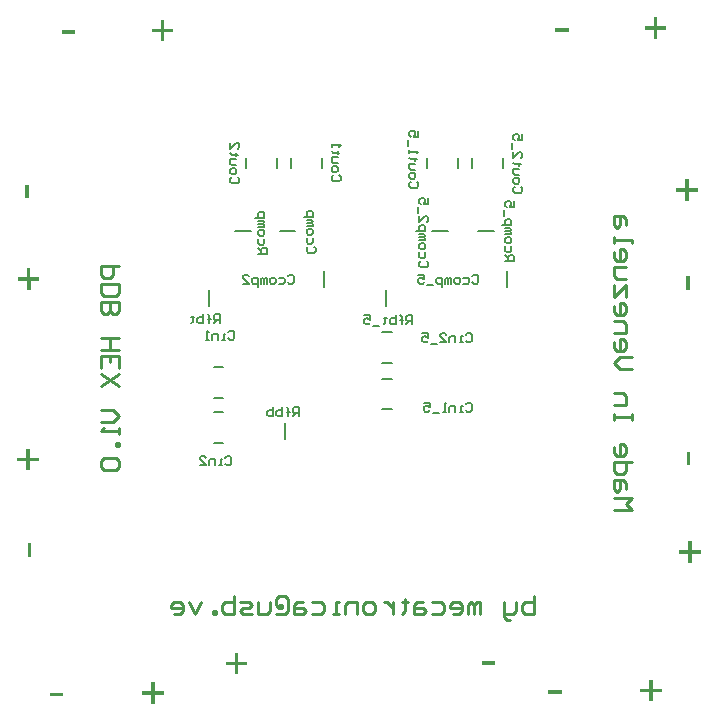
<source format=gbo>
G04 Layer_Color=32896*
%FSLAX23Y23*%
%MOIN*%
G70*
G01*
G75*
%ADD38C,0.008*%
%ADD39C,0.010*%
%ADD41C,0.007*%
%ADD42C,0.005*%
G36*
X1785Y2773D02*
X1740D01*
Y2785D01*
X1785D01*
Y2773D01*
D02*
G37*
G36*
X1745Y565D02*
X1700D01*
Y577D01*
X1745D01*
Y565D01*
D02*
G37*
G36*
X3840Y1053D02*
X3870D01*
Y1041D01*
X3841D01*
Y1011D01*
X3828D01*
Y1041D01*
X3798D01*
Y1053D01*
X3828D01*
Y1083D01*
X3840D01*
Y1053D01*
D02*
G37*
G36*
X2081Y2791D02*
X2111D01*
Y2778D01*
X2081D01*
Y2748D01*
X2069D01*
Y2778D01*
X2039D01*
Y2790D01*
X2069D01*
Y2820D01*
X2081D01*
Y2791D01*
D02*
G37*
G36*
X2049Y583D02*
X2079D01*
Y570D01*
X2049D01*
Y540D01*
X2037D01*
Y570D01*
X2007D01*
Y582D01*
X2037D01*
Y612D01*
X2049D01*
Y583D01*
D02*
G37*
G36*
X2328Y681D02*
X2358D01*
Y669D01*
X2328D01*
Y639D01*
X2316D01*
Y668D01*
X2286D01*
Y681D01*
X2316D01*
Y711D01*
X2328D01*
Y681D01*
D02*
G37*
G36*
X3184Y670D02*
X3139D01*
Y682D01*
X3184D01*
Y670D01*
D02*
G37*
G36*
X3710Y591D02*
X3740D01*
Y578D01*
X3710D01*
Y548D01*
X3698D01*
Y578D01*
X3668D01*
Y590D01*
X3698D01*
Y620D01*
X3710D01*
Y591D01*
D02*
G37*
G36*
X3406Y573D02*
X3361D01*
Y585D01*
X3406D01*
Y573D01*
D02*
G37*
G36*
X1633Y1360D02*
X1663D01*
Y1348D01*
X1633D01*
Y1318D01*
X1621D01*
Y1348D01*
X1591D01*
Y1360D01*
X1620D01*
Y1390D01*
X1633D01*
Y1360D01*
D02*
G37*
G36*
X1638Y1031D02*
X1626D01*
Y1076D01*
X1638D01*
Y1031D01*
D02*
G37*
G36*
X3429Y2781D02*
X3384D01*
Y2793D01*
X3429D01*
Y2781D01*
D02*
G37*
G36*
X3725Y2799D02*
X3755D01*
Y2786D01*
X3725D01*
Y2756D01*
X3713D01*
Y2786D01*
X3683D01*
Y2798D01*
X3713D01*
Y2828D01*
X3725D01*
Y2799D01*
D02*
G37*
G36*
X1630Y2225D02*
X1618D01*
Y2270D01*
X1630D01*
Y2225D01*
D02*
G37*
G36*
X3834Y1920D02*
X3822D01*
Y1965D01*
X3834D01*
Y1920D01*
D02*
G37*
G36*
X3835Y1335D02*
X3823D01*
Y1380D01*
X3835D01*
Y1335D01*
D02*
G37*
G36*
X1635Y1963D02*
X1665D01*
Y1951D01*
X1636D01*
Y1921D01*
X1623D01*
Y1951D01*
X1593D01*
Y1963D01*
X1623D01*
Y1993D01*
X1635D01*
Y1963D01*
D02*
G37*
G36*
X3829Y2259D02*
X3859D01*
Y2247D01*
X3829D01*
Y2217D01*
X3817D01*
Y2247D01*
X3787D01*
Y2259D01*
X3816D01*
Y2289D01*
X3829D01*
Y2259D01*
D02*
G37*
D38*
X2822Y1867D02*
Y1919D01*
X2231Y1867D02*
Y1919D01*
X2484Y1423D02*
Y1475D01*
X2318Y2117D02*
X2369D01*
X2466D02*
X2518D01*
X2614Y1931D02*
Y1983D01*
X2355Y2327D02*
Y2359D01*
X2458Y2327D02*
Y2359D01*
X2504Y2327D02*
Y2359D01*
X2607Y2327D02*
Y2359D01*
X2246Y1512D02*
X2278D01*
X2246Y1410D02*
X2278D01*
X2246Y1663D02*
X2278D01*
X2246Y1561D02*
X2278D01*
X3107Y2327D02*
Y2359D01*
X3209Y2327D02*
Y2359D01*
X2957Y2327D02*
Y2359D01*
X3059Y2327D02*
Y2359D01*
X2808Y1677D02*
X2840D01*
X2808Y1779D02*
X2840D01*
X2808Y1522D02*
X2840D01*
X2808Y1624D02*
X2840D01*
X3128Y2117D02*
X3180D01*
X3224Y1931D02*
Y1983D01*
X2974Y2117D02*
X3026D01*
D39*
X1930Y2000D02*
X1870D01*
Y1970D01*
X1880Y1960D01*
X1900D01*
X1910Y1970D01*
Y2000D01*
X1870Y1940D02*
X1930D01*
Y1910D01*
X1920Y1900D01*
X1880D01*
X1870Y1910D01*
Y1940D01*
Y1880D02*
X1930D01*
Y1850D01*
X1920Y1840D01*
X1910D01*
X1900Y1850D01*
Y1880D01*
Y1850D01*
X1890Y1840D01*
X1880D01*
X1870Y1850D01*
Y1880D01*
Y1760D02*
X1930D01*
X1900D01*
Y1720D01*
X1870D01*
X1930D01*
X1870Y1660D02*
Y1700D01*
X1930D01*
Y1660D01*
X1900Y1700D02*
Y1680D01*
X1870Y1640D02*
X1930Y1600D01*
X1870D02*
X1930Y1640D01*
X1870Y1520D02*
X1910D01*
X1930Y1500D01*
X1910Y1480D01*
X1870D01*
X1930Y1460D02*
Y1440D01*
Y1450D01*
X1870D01*
X1880Y1460D01*
X1930Y1410D02*
X1920D01*
Y1400D01*
X1930D01*
Y1410D01*
X1880Y1360D02*
X1870Y1350D01*
Y1330D01*
X1880Y1320D01*
X1920D01*
X1930Y1330D01*
Y1350D01*
X1920Y1360D01*
X1880D01*
X3580Y1185D02*
X3640D01*
X3620Y1205D01*
X3640Y1225D01*
X3580D01*
X3620Y1255D02*
Y1275D01*
X3610Y1285D01*
X3580D01*
Y1255D01*
X3590Y1245D01*
X3600Y1255D01*
Y1285D01*
X3640Y1345D02*
X3580D01*
Y1315D01*
X3590Y1305D01*
X3610D01*
X3620Y1315D01*
Y1345D01*
X3580Y1395D02*
Y1375D01*
X3590Y1365D01*
X3610D01*
X3620Y1375D01*
Y1395D01*
X3610Y1405D01*
X3600D01*
Y1365D01*
X3640Y1485D02*
Y1505D01*
Y1495D01*
X3580D01*
Y1485D01*
Y1505D01*
Y1535D02*
X3620D01*
Y1565D01*
X3610Y1575D01*
X3580D01*
X3640Y1655D02*
X3600D01*
X3580Y1675D01*
X3600Y1695D01*
X3640D01*
X3580Y1745D02*
Y1725D01*
X3590Y1715D01*
X3610D01*
X3620Y1725D01*
Y1745D01*
X3610Y1755D01*
X3600D01*
Y1715D01*
X3580Y1775D02*
X3620D01*
Y1805D01*
X3610Y1815D01*
X3580D01*
Y1865D02*
Y1845D01*
X3590Y1835D01*
X3610D01*
X3620Y1845D01*
Y1865D01*
X3610Y1875D01*
X3600D01*
Y1835D01*
X3620Y1895D02*
Y1935D01*
X3580Y1895D01*
Y1935D01*
X3620Y1955D02*
X3590D01*
X3580Y1965D01*
Y1995D01*
X3620D01*
X3580Y2045D02*
Y2025D01*
X3590Y2015D01*
X3610D01*
X3620Y2025D01*
Y2045D01*
X3610Y2055D01*
X3600D01*
Y2015D01*
X3580Y2075D02*
Y2095D01*
Y2085D01*
X3640D01*
Y2075D01*
X3620Y2135D02*
Y2155D01*
X3610Y2165D01*
X3580D01*
Y2135D01*
X3590Y2125D01*
X3600Y2135D01*
Y2165D01*
X3315Y900D02*
Y840D01*
X3285D01*
X3275Y850D01*
Y860D01*
Y870D01*
X3285Y880D01*
X3315D01*
X3255D02*
Y850D01*
X3245Y840D01*
X3215D01*
Y830D01*
X3225Y820D01*
X3235D01*
X3215Y840D02*
Y880D01*
X3135Y840D02*
Y880D01*
X3125D01*
X3115Y870D01*
Y840D01*
Y870D01*
X3105Y880D01*
X3095Y870D01*
Y840D01*
X3045D02*
X3065D01*
X3075Y850D01*
Y870D01*
X3065Y880D01*
X3045D01*
X3035Y870D01*
Y860D01*
X3075D01*
X2975Y880D02*
X3005D01*
X3015Y870D01*
Y850D01*
X3005Y840D01*
X2975D01*
X2945Y880D02*
X2925D01*
X2915Y870D01*
Y840D01*
X2945D01*
X2955Y850D01*
X2945Y860D01*
X2915D01*
X2885Y890D02*
Y880D01*
X2895D01*
X2875D01*
X2885D01*
Y850D01*
X2875Y840D01*
X2845Y880D02*
Y840D01*
Y860D01*
X2835Y870D01*
X2825Y880D01*
X2815D01*
X2775Y840D02*
X2755D01*
X2745Y850D01*
Y870D01*
X2755Y880D01*
X2775D01*
X2785Y870D01*
Y850D01*
X2775Y840D01*
X2725D02*
Y880D01*
X2695D01*
X2685Y870D01*
Y840D01*
X2665D02*
X2645D01*
X2655D01*
Y880D01*
X2665D01*
X2575D02*
X2605D01*
X2615Y870D01*
Y850D01*
X2605Y840D01*
X2575D01*
X2545Y880D02*
X2525D01*
X2515Y870D01*
Y840D01*
X2545D01*
X2555Y850D01*
X2545Y860D01*
X2515D01*
X2465D02*
Y870D01*
X2475D01*
Y860D01*
X2465D01*
X2455Y870D01*
Y890D01*
X2465Y900D01*
X2485D01*
X2495Y890D01*
Y850D01*
X2485Y840D01*
X2455D01*
X2435Y880D02*
Y850D01*
X2425Y840D01*
X2395D01*
Y880D01*
X2375Y840D02*
X2345D01*
X2335Y850D01*
X2345Y860D01*
X2365D01*
X2375Y870D01*
X2365Y880D01*
X2335D01*
X2315Y900D02*
Y840D01*
X2285D01*
X2275Y850D01*
Y860D01*
Y870D01*
X2285Y880D01*
X2315D01*
X2255Y840D02*
Y850D01*
X2245D01*
Y840D01*
X2255D01*
X2205Y880D02*
X2185Y840D01*
X2165Y880D01*
X2115Y840D02*
X2135D01*
X2145Y850D01*
Y870D01*
X2135Y880D01*
X2115D01*
X2105Y870D01*
Y860D01*
X2145D01*
D41*
X2493Y1965D02*
X2498Y1970D01*
X2508D01*
X2513Y1965D01*
Y1945D01*
X2508Y1940D01*
X2498D01*
X2493Y1945D01*
X2463Y1960D02*
X2478D01*
X2483Y1955D01*
Y1945D01*
X2478Y1940D01*
X2463D01*
X2448D02*
X2438D01*
X2433Y1945D01*
Y1955D01*
X2438Y1960D01*
X2448D01*
X2453Y1955D01*
Y1945D01*
X2448Y1940D01*
X2423D02*
Y1960D01*
X2418D01*
X2413Y1955D01*
Y1940D01*
Y1955D01*
X2408Y1960D01*
X2403Y1955D01*
Y1940D01*
X2393Y1930D02*
Y1960D01*
X2378D01*
X2373Y1955D01*
Y1945D01*
X2378Y1940D01*
X2393D01*
X2343D02*
X2363D01*
X2343Y1960D01*
Y1965D01*
X2348Y1970D01*
X2358D01*
X2363Y1965D01*
X2582Y2064D02*
X2587Y2059D01*
Y2049D01*
X2582Y2044D01*
X2562D01*
X2557Y2049D01*
Y2059D01*
X2562Y2064D01*
X2577Y2094D02*
Y2079D01*
X2572Y2074D01*
X2562D01*
X2557Y2079D01*
Y2094D01*
Y2109D02*
Y2119D01*
X2562Y2124D01*
X2572D01*
X2577Y2119D01*
Y2109D01*
X2572Y2104D01*
X2562D01*
X2557Y2109D01*
Y2134D02*
X2577D01*
Y2139D01*
X2572Y2144D01*
X2557D01*
X2572D01*
X2577Y2149D01*
X2572Y2154D01*
X2557D01*
X2547Y2164D02*
X2577D01*
Y2179D01*
X2572Y2184D01*
X2562D01*
X2557Y2179D01*
Y2164D01*
X2295Y1778D02*
X2300Y1783D01*
X2310D01*
X2315Y1778D01*
Y1758D01*
X2310Y1753D01*
X2300D01*
X2295Y1758D01*
X2285Y1753D02*
X2275D01*
X2280D01*
Y1773D01*
X2285D01*
X2260Y1753D02*
Y1773D01*
X2245D01*
X2240Y1768D01*
Y1753D01*
X2230D02*
X2220D01*
X2225D01*
Y1783D01*
X2230Y1778D01*
X2284Y1360D02*
X2289Y1365D01*
X2299D01*
X2304Y1360D01*
Y1340D01*
X2299Y1335D01*
X2289D01*
X2284Y1340D01*
X2274Y1335D02*
X2264D01*
X2269D01*
Y1355D01*
X2274D01*
X2249Y1335D02*
Y1355D01*
X2234D01*
X2229Y1350D01*
Y1335D01*
X2199D02*
X2219D01*
X2199Y1355D01*
Y1360D01*
X2204Y1365D01*
X2214D01*
X2219Y1360D01*
X2665Y2302D02*
X2670Y2297D01*
Y2287D01*
X2665Y2282D01*
X2645D01*
X2641Y2287D01*
Y2297D01*
X2645Y2302D01*
X2641Y2317D02*
Y2327D01*
X2645Y2332D01*
X2655D01*
X2660Y2327D01*
Y2317D01*
X2655Y2312D01*
X2645D01*
X2641Y2317D01*
X2660Y2342D02*
X2645D01*
X2641Y2347D01*
Y2362D01*
X2660D01*
X2665Y2377D02*
X2660D01*
Y2372D01*
Y2382D01*
Y2377D01*
X2645D01*
X2641Y2382D01*
Y2397D02*
Y2407D01*
Y2402D01*
X2670D01*
X2665Y2397D01*
X2326Y2296D02*
X2331Y2291D01*
Y2281D01*
X2326Y2276D01*
X2306D01*
X2302Y2281D01*
Y2291D01*
X2306Y2296D01*
X2302Y2311D02*
Y2321D01*
X2306Y2326D01*
X2316D01*
X2321Y2321D01*
Y2311D01*
X2316Y2306D01*
X2306D01*
X2302Y2311D01*
X2321Y2336D02*
X2306D01*
X2302Y2341D01*
Y2356D01*
X2321D01*
X2326Y2371D02*
X2321D01*
Y2366D01*
Y2376D01*
Y2371D01*
X2306D01*
X2302Y2376D01*
Y2411D02*
Y2391D01*
X2321Y2411D01*
X2326D01*
X2331Y2406D01*
Y2396D01*
X2326Y2391D01*
X2395Y2041D02*
X2425D01*
Y2056D01*
X2420Y2061D01*
X2410D01*
X2405Y2056D01*
Y2041D01*
Y2051D02*
X2395Y2061D01*
X2415Y2091D02*
Y2076D01*
X2410Y2071D01*
X2400D01*
X2395Y2076D01*
Y2091D01*
Y2106D02*
Y2116D01*
X2400Y2121D01*
X2410D01*
X2415Y2116D01*
Y2106D01*
X2410Y2101D01*
X2400D01*
X2395Y2106D01*
Y2131D02*
X2415D01*
Y2136D01*
X2410Y2141D01*
X2395D01*
X2410D01*
X2415Y2146D01*
X2410Y2151D01*
X2395D01*
X2385Y2161D02*
X2415D01*
Y2176D01*
X2410Y2181D01*
X2400D01*
X2395Y2176D01*
Y2161D01*
X2529Y1499D02*
Y1529D01*
X2514D01*
X2509Y1524D01*
Y1514D01*
X2514Y1509D01*
X2529D01*
X2519D02*
X2509Y1499D01*
X2494D02*
Y1524D01*
Y1514D01*
X2499D01*
X2489D01*
X2494D01*
Y1524D01*
X2489Y1529D01*
X2474D02*
Y1499D01*
X2459D01*
X2454Y1504D01*
Y1509D01*
Y1514D01*
X2459Y1519D01*
X2474D01*
X2444Y1529D02*
Y1499D01*
X2429D01*
X2424Y1504D01*
Y1509D01*
Y1514D01*
X2429Y1519D01*
X2444D01*
X2266Y1809D02*
Y1839D01*
X2251D01*
X2246Y1834D01*
Y1824D01*
X2251Y1819D01*
X2266D01*
X2256D02*
X2246Y1809D01*
X2231D02*
Y1834D01*
Y1824D01*
X2236D01*
X2226D01*
X2231D01*
Y1834D01*
X2226Y1839D01*
X2211D02*
Y1809D01*
X2196D01*
X2191Y1814D01*
Y1819D01*
Y1824D01*
X2196Y1829D01*
X2211D01*
X2176Y1834D02*
Y1829D01*
X2181D01*
X2171D01*
X2176D01*
Y1814D01*
X2171Y1809D01*
D42*
X2956Y2015D02*
X2961Y2010D01*
Y2000D01*
X2956Y1995D01*
X2936D01*
X2931Y2000D01*
Y2010D01*
X2936Y2015D01*
X2951Y2045D02*
Y2030D01*
X2946Y2025D01*
X2936D01*
X2931Y2030D01*
Y2045D01*
Y2060D02*
Y2070D01*
X2936Y2075D01*
X2946D01*
X2951Y2070D01*
Y2060D01*
X2946Y2055D01*
X2936D01*
X2931Y2060D01*
Y2085D02*
X2951D01*
Y2090D01*
X2946Y2095D01*
X2931D01*
X2946D01*
X2951Y2100D01*
X2946Y2105D01*
X2931D01*
X2921Y2115D02*
X2951D01*
Y2130D01*
X2946Y2135D01*
X2936D01*
X2931Y2130D01*
Y2115D01*
Y2165D02*
Y2145D01*
X2951Y2165D01*
X2956D01*
X2961Y2160D01*
Y2150D01*
X2956Y2145D01*
X2926Y2175D02*
Y2195D01*
X2961Y2225D02*
Y2205D01*
X2946D01*
X2951Y2215D01*
Y2220D01*
X2946Y2225D01*
X2936D01*
X2931Y2220D01*
Y2210D01*
X2936Y2205D01*
X3108Y1965D02*
X3113Y1970D01*
X3123D01*
X3128Y1965D01*
Y1945D01*
X3123Y1940D01*
X3113D01*
X3108Y1945D01*
X3078Y1960D02*
X3093D01*
X3098Y1955D01*
Y1945D01*
X3093Y1940D01*
X3078D01*
X3063D02*
X3053D01*
X3048Y1945D01*
Y1955D01*
X3053Y1960D01*
X3063D01*
X3068Y1955D01*
Y1945D01*
X3063Y1940D01*
X3038D02*
Y1960D01*
X3033D01*
X3028Y1955D01*
Y1940D01*
Y1955D01*
X3023Y1960D01*
X3018Y1955D01*
Y1940D01*
X3008Y1930D02*
Y1960D01*
X2993D01*
X2988Y1955D01*
Y1945D01*
X2993Y1940D01*
X3008D01*
X2978Y1935D02*
X2958D01*
X2928Y1970D02*
X2948D01*
Y1955D01*
X2938Y1960D01*
X2933D01*
X2928Y1955D01*
Y1945D01*
X2933Y1940D01*
X2943D01*
X2948Y1945D01*
X3087Y1539D02*
X3092Y1544D01*
X3102D01*
X3107Y1539D01*
Y1519D01*
X3102Y1514D01*
X3092D01*
X3087Y1519D01*
X3077Y1514D02*
X3067D01*
X3072D01*
Y1534D01*
X3077D01*
X3052Y1514D02*
Y1534D01*
X3037D01*
X3032Y1529D01*
Y1514D01*
X3022D02*
X3012D01*
X3017D01*
Y1544D01*
X3022Y1539D01*
X2997Y1509D02*
X2977D01*
X2947Y1544D02*
X2967D01*
Y1529D01*
X2957Y1534D01*
X2952D01*
X2947Y1529D01*
Y1519D01*
X2952Y1514D01*
X2962D01*
X2967Y1519D01*
X3087Y1771D02*
X3092Y1776D01*
X3102D01*
X3107Y1771D01*
Y1751D01*
X3102Y1746D01*
X3092D01*
X3087Y1751D01*
X3077Y1746D02*
X3067D01*
X3072D01*
Y1766D01*
X3077D01*
X3052Y1746D02*
Y1766D01*
X3037D01*
X3032Y1761D01*
Y1746D01*
X3002D02*
X3022D01*
X3002Y1766D01*
Y1771D01*
X3007Y1776D01*
X3017D01*
X3022Y1771D01*
X2992Y1741D02*
X2972D01*
X2942Y1776D02*
X2962D01*
Y1761D01*
X2952Y1766D01*
X2947D01*
X2942Y1761D01*
Y1751D01*
X2947Y1746D01*
X2957D01*
X2962Y1751D01*
X2923Y2281D02*
X2928Y2276D01*
Y2266D01*
X2923Y2261D01*
X2903D01*
X2898Y2266D01*
Y2276D01*
X2903Y2281D01*
X2898Y2296D02*
Y2306D01*
X2903Y2311D01*
X2913D01*
X2918Y2306D01*
Y2296D01*
X2913Y2291D01*
X2903D01*
X2898Y2296D01*
X2918Y2321D02*
X2903D01*
X2898Y2326D01*
Y2341D01*
X2918D01*
X2923Y2356D02*
X2918D01*
Y2351D01*
Y2361D01*
Y2356D01*
X2903D01*
X2898Y2361D01*
Y2376D02*
Y2386D01*
Y2381D01*
X2928D01*
X2923Y2376D01*
X2893Y2401D02*
Y2421D01*
X2928Y2451D02*
Y2431D01*
X2913D01*
X2918Y2441D01*
Y2446D01*
X2913Y2451D01*
X2903D01*
X2898Y2446D01*
Y2436D01*
X2903Y2431D01*
X3270Y2264D02*
X3275Y2259D01*
Y2249D01*
X3270Y2244D01*
X3250D01*
X3245Y2249D01*
Y2259D01*
X3250Y2264D01*
X3245Y2279D02*
Y2289D01*
X3250Y2294D01*
X3260D01*
X3265Y2289D01*
Y2279D01*
X3260Y2274D01*
X3250D01*
X3245Y2279D01*
X3265Y2304D02*
X3250D01*
X3245Y2309D01*
Y2324D01*
X3265D01*
X3270Y2339D02*
X3265D01*
Y2334D01*
Y2344D01*
Y2339D01*
X3250D01*
X3245Y2344D01*
Y2379D02*
Y2359D01*
X3265Y2379D01*
X3270D01*
X3275Y2374D01*
Y2364D01*
X3270Y2359D01*
X3240Y2389D02*
Y2409D01*
X3275Y2439D02*
Y2419D01*
X3260D01*
X3265Y2429D01*
Y2434D01*
X3260Y2439D01*
X3250D01*
X3245Y2434D01*
Y2424D01*
X3250Y2419D01*
X3218Y2015D02*
X3248D01*
Y2030D01*
X3243Y2035D01*
X3233D01*
X3228Y2030D01*
Y2015D01*
Y2025D02*
X3218Y2035D01*
X3238Y2065D02*
Y2050D01*
X3233Y2045D01*
X3223D01*
X3218Y2050D01*
Y2065D01*
Y2080D02*
Y2090D01*
X3223Y2095D01*
X3233D01*
X3238Y2090D01*
Y2080D01*
X3233Y2075D01*
X3223D01*
X3218Y2080D01*
Y2105D02*
X3238D01*
Y2110D01*
X3233Y2115D01*
X3218D01*
X3233D01*
X3238Y2120D01*
X3233Y2125D01*
X3218D01*
X3208Y2135D02*
X3238D01*
Y2150D01*
X3233Y2155D01*
X3223D01*
X3218Y2150D01*
Y2135D01*
X3213Y2165D02*
Y2185D01*
X3248Y2215D02*
Y2195D01*
X3233D01*
X3238Y2205D01*
Y2210D01*
X3233Y2215D01*
X3223D01*
X3218Y2210D01*
Y2200D01*
X3223Y2195D01*
X2908Y1805D02*
Y1835D01*
X2893D01*
X2888Y1830D01*
Y1820D01*
X2893Y1815D01*
X2908D01*
X2898D02*
X2888Y1805D01*
X2873D02*
Y1830D01*
Y1820D01*
X2878D01*
X2868D01*
X2873D01*
Y1830D01*
X2868Y1835D01*
X2853D02*
Y1805D01*
X2838D01*
X2833Y1810D01*
Y1815D01*
Y1820D01*
X2838Y1825D01*
X2853D01*
X2818Y1830D02*
Y1825D01*
X2823D01*
X2813D01*
X2818D01*
Y1810D01*
X2813Y1805D01*
X2798Y1800D02*
X2778D01*
X2748Y1835D02*
X2768D01*
Y1820D01*
X2758Y1825D01*
X2753D01*
X2748Y1820D01*
Y1810D01*
X2753Y1805D01*
X2763D01*
X2768Y1810D01*
M02*

</source>
